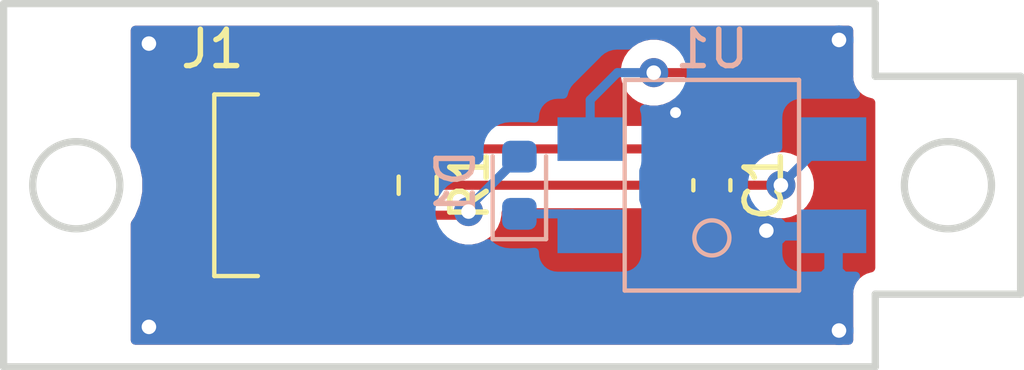
<source format=kicad_pcb>
(kicad_pcb (version 20171130) (host pcbnew "(5.1.10)-1")

  (general
    (thickness 1.6)
    (drawings 14)
    (tracks 32)
    (zones 0)
    (modules 5)
    (nets 6)
  )

  (page A4)
  (layers
    (0 F.Cu signal)
    (31 B.Cu signal)
    (32 B.Adhes user hide)
    (33 F.Adhes user hide)
    (34 B.Paste user)
    (35 F.Paste user)
    (36 B.SilkS user)
    (37 F.SilkS user)
    (38 B.Mask user)
    (39 F.Mask user)
    (40 Dwgs.User user hide)
    (41 Cmts.User user hide)
    (42 Eco1.User user hide)
    (43 Eco2.User user hide)
    (44 Edge.Cuts user)
    (45 Margin user hide)
    (46 B.CrtYd user hide)
    (47 F.CrtYd user hide)
    (48 B.Fab user hide)
    (49 F.Fab user hide)
  )

  (setup
    (last_trace_width 0.25)
    (user_trace_width 0.2)
    (trace_clearance 0.2)
    (zone_clearance 0.508)
    (zone_45_only no)
    (trace_min 0.2)
    (via_size 0.8)
    (via_drill 0.4)
    (via_min_size 0.6)
    (via_min_drill 0.3)
    (user_via 0.6 0.3)
    (uvia_size 0.3)
    (uvia_drill 0.1)
    (uvias_allowed no)
    (uvia_min_size 0.2)
    (uvia_min_drill 0.1)
    (edge_width 0.05)
    (segment_width 0.2)
    (pcb_text_width 0.3)
    (pcb_text_size 1.5 1.5)
    (mod_edge_width 0.12)
    (mod_text_size 1 1)
    (mod_text_width 0.15)
    (pad_size 1.2 1.8)
    (pad_drill 0)
    (pad_to_mask_clearance 0)
    (aux_axis_origin 0 0)
    (grid_origin 100 100)
    (visible_elements 7FFFFFFF)
    (pcbplotparams
      (layerselection 0x010fc_ffffffff)
      (usegerberextensions true)
      (usegerberattributes false)
      (usegerberadvancedattributes false)
      (creategerberjobfile false)
      (excludeedgelayer true)
      (linewidth 0.100000)
      (plotframeref false)
      (viasonmask false)
      (mode 1)
      (useauxorigin false)
      (hpglpennumber 1)
      (hpglpenspeed 20)
      (hpglpendiameter 15.000000)
      (psnegative false)
      (psa4output false)
      (plotreference true)
      (plotvalue true)
      (plotinvisibletext false)
      (padsonsilk false)
      (subtractmaskfromsilk true)
      (outputformat 1)
      (mirror false)
      (drillshape 0)
      (scaleselection 1)
      (outputdirectory "Gerber"))
  )

  (net 0 "")
  (net 1 +5V)
  (net 2 GND)
  (net 3 "Net-(D1-Pad1)")
  (net 4 "Net-(D1-Pad2)")
  (net 5 "Net-(J1-Pad2)")

  (net_class Default "This is the default net class."
    (clearance 0.2)
    (trace_width 0.25)
    (via_dia 0.8)
    (via_drill 0.4)
    (uvia_dia 0.3)
    (uvia_drill 0.1)
    (add_net +5V)
    (add_net GND)
    (add_net "Net-(D1-Pad1)")
    (add_net "Net-(D1-Pad2)")
    (add_net "Net-(J1-Pad2)")
  )

  (module Capacitor_SMD:C_0603_1608Metric (layer F.Cu) (tedit 5F68FEEE) (tstamp 61FECC2E)
    (at 19.5 5 270)
    (descr "Capacitor SMD 0603 (1608 Metric), square (rectangular) end terminal, IPC_7351 nominal, (Body size source: IPC-SM-782 page 76, https://www.pcb-3d.com/wordpress/wp-content/uploads/ipc-sm-782a_amendment_1_and_2.pdf), generated with kicad-footprint-generator")
    (tags capacitor)
    (path /61F613B2)
    (attr smd)
    (fp_text reference C1 (at 0 -1.43 90) (layer F.SilkS)
      (effects (font (size 1 1) (thickness 0.15)))
    )
    (fp_text value 0.1u (at 0 1.43 90) (layer F.Fab)
      (effects (font (size 1 1) (thickness 0.15)))
    )
    (fp_line (start 1.48 0.73) (end -1.48 0.73) (layer F.CrtYd) (width 0.05))
    (fp_line (start 1.48 -0.73) (end 1.48 0.73) (layer F.CrtYd) (width 0.05))
    (fp_line (start -1.48 -0.73) (end 1.48 -0.73) (layer F.CrtYd) (width 0.05))
    (fp_line (start -1.48 0.73) (end -1.48 -0.73) (layer F.CrtYd) (width 0.05))
    (fp_line (start -0.14058 0.51) (end 0.14058 0.51) (layer F.SilkS) (width 0.12))
    (fp_line (start -0.14058 -0.51) (end 0.14058 -0.51) (layer F.SilkS) (width 0.12))
    (fp_line (start 0.8 0.4) (end -0.8 0.4) (layer F.Fab) (width 0.1))
    (fp_line (start 0.8 -0.4) (end 0.8 0.4) (layer F.Fab) (width 0.1))
    (fp_line (start -0.8 -0.4) (end 0.8 -0.4) (layer F.Fab) (width 0.1))
    (fp_line (start -0.8 0.4) (end -0.8 -0.4) (layer F.Fab) (width 0.1))
    (fp_text user %R (at 0 0 90) (layer F.Fab)
      (effects (font (size 0.4 0.4) (thickness 0.06)))
    )
    (pad 1 smd roundrect (at -0.775 0 270) (size 0.9 0.95) (layers F.Cu F.Paste F.Mask) (roundrect_rratio 0.25)
      (net 1 +5V))
    (pad 2 smd roundrect (at 0.775 0 270) (size 0.9 0.95) (layers F.Cu F.Paste F.Mask) (roundrect_rratio 0.25)
      (net 2 GND))
    (model ${KISYS3DMOD}/Capacitor_SMD.3dshapes/C_0603_1608Metric.wrl
      (at (xyz 0 0 0))
      (scale (xyz 1 1 1))
      (rotate (xyz 0 0 0))
    )
  )

  (module Diode_SMD:D_0603_1608Metric (layer B.Cu) (tedit 5F68FEF0) (tstamp 61F771A8)
    (at 14.2 5 90)
    (descr "Diode SMD 0603 (1608 Metric), square (rectangular) end terminal, IPC_7351 nominal, (Body size source: http://www.tortai-tech.com/upload/download/2011102023233369053.pdf), generated with kicad-footprint-generator")
    (tags diode)
    (path /61F61394)
    (attr smd)
    (fp_text reference D1 (at 0 -1.75 90) (layer B.SilkS)
      (effects (font (size 1 1) (thickness 0.15)) (justify mirror))
    )
    (fp_text value SIR19-21C/TR8 (at 0 -1.43 90) (layer B.Fab)
      (effects (font (size 1 1) (thickness 0.15)) (justify mirror))
    )
    (fp_line (start 1.48 -0.73) (end -1.48 -0.73) (layer B.CrtYd) (width 0.05))
    (fp_line (start 1.48 0.73) (end 1.48 -0.73) (layer B.CrtYd) (width 0.05))
    (fp_line (start -1.48 0.73) (end 1.48 0.73) (layer B.CrtYd) (width 0.05))
    (fp_line (start -1.48 -0.73) (end -1.48 0.73) (layer B.CrtYd) (width 0.05))
    (fp_line (start -1.485 -0.735) (end 0.8 -0.735) (layer B.SilkS) (width 0.12))
    (fp_line (start -1.485 0.735) (end -1.485 -0.735) (layer B.SilkS) (width 0.12))
    (fp_line (start 0.8 0.735) (end -1.485 0.735) (layer B.SilkS) (width 0.12))
    (fp_line (start 0.8 -0.4) (end 0.8 0.4) (layer B.Fab) (width 0.1))
    (fp_line (start -0.8 -0.4) (end 0.8 -0.4) (layer B.Fab) (width 0.1))
    (fp_line (start -0.8 0.1) (end -0.8 -0.4) (layer B.Fab) (width 0.1))
    (fp_line (start -0.5 0.4) (end -0.8 0.1) (layer B.Fab) (width 0.1))
    (fp_line (start 0.8 0.4) (end -0.5 0.4) (layer B.Fab) (width 0.1))
    (fp_text user %R (at 0 0 90) (layer B.Fab)
      (effects (font (size 0.4 0.4) (thickness 0.06)) (justify mirror))
    )
    (pad 1 smd roundrect (at -0.7875 0 90) (size 0.875 0.95) (layers B.Cu B.Paste B.Mask) (roundrect_rratio 0.25)
      (net 3 "Net-(D1-Pad1)"))
    (pad 2 smd roundrect (at 0.7875 0 90) (size 0.875 0.95) (layers B.Cu B.Paste B.Mask) (roundrect_rratio 0.25)
      (net 4 "Net-(D1-Pad2)"))
    (model ${KISYS3DMOD}/Diode_SMD.3dshapes/D_0603_1608Metric.wrl
      (at (xyz 0 0 0))
      (scale (xyz 1 1 1))
      (rotate (xyz 0 0 0))
    )
  )

  (module SH:SH_01x03 (layer F.Cu) (tedit 61FCF212) (tstamp 61F771D7)
    (at 8 5 90)
    (path /61F613A7)
    (fp_text reference J1 (at 3.75 -2.25 180) (layer F.SilkS)
      (effects (font (size 1 1) (thickness 0.15)))
    )
    (fp_text value SH3 (at 0 1.75 90) (layer F.Fab)
      (effects (font (size 1 1) (thickness 0.15)))
    )
    (fp_line (start -2.5 -2.2) (end 2.5 -2.2) (layer F.SilkS) (width 0.12))
    (fp_line (start -2.5 -2.2) (end -2.5 -1) (layer F.SilkS) (width 0.12))
    (fp_line (start 2.5 -2.2) (end 2.5 -1) (layer F.SilkS) (width 0.12))
    (pad 3 smd rect (at 1 -2.525 90) (size 0.6 1.55) (layers F.Cu F.Paste F.Mask)
      (net 1 +5V))
    (pad 1 smd rect (at -1 -2.525 90) (size 0.6 1.55) (layers F.Cu F.Paste F.Mask)
      (net 2 GND))
    (pad 2 smd rect (at 0 -2.525 90) (size 0.6 1.55) (layers F.Cu F.Paste F.Mask)
      (net 5 "Net-(J1-Pad2)"))
    (pad MP smd rect (at -2.3 0 90) (size 1.2 1.8) (layers F.Cu F.Paste F.Mask)
      (net 2 GND))
    (pad MP smd rect (at 2.3 0 90) (size 1.2 1.8) (layers F.Cu F.Paste F.Mask)
      (net 2 GND))
  )

  (module Resistor_SMD:R_0603_1608Metric (layer F.Cu) (tedit 5F68FEEE) (tstamp 61F77152)
    (at 11.4 5 270)
    (descr "Resistor SMD 0603 (1608 Metric), square (rectangular) end terminal, IPC_7351 nominal, (Body size source: IPC-SM-782 page 72, https://www.pcb-3d.com/wordpress/wp-content/uploads/ipc-sm-782a_amendment_1_and_2.pdf), generated with kicad-footprint-generator")
    (tags resistor)
    (path /61F6139A)
    (attr smd)
    (fp_text reference R1 (at 0 -1.43 270) (layer F.SilkS)
      (effects (font (size 1 1) (thickness 0.15)))
    )
    (fp_text value 68 (at 0 1.43 270) (layer F.Fab)
      (effects (font (size 1 1) (thickness 0.15)))
    )
    (fp_line (start 1.48 0.73) (end -1.48 0.73) (layer F.CrtYd) (width 0.05))
    (fp_line (start 1.48 -0.73) (end 1.48 0.73) (layer F.CrtYd) (width 0.05))
    (fp_line (start -1.48 -0.73) (end 1.48 -0.73) (layer F.CrtYd) (width 0.05))
    (fp_line (start -1.48 0.73) (end -1.48 -0.73) (layer F.CrtYd) (width 0.05))
    (fp_line (start -0.237258 0.5225) (end 0.237258 0.5225) (layer F.SilkS) (width 0.12))
    (fp_line (start -0.237258 -0.5225) (end 0.237258 -0.5225) (layer F.SilkS) (width 0.12))
    (fp_line (start 0.8 0.4125) (end -0.8 0.4125) (layer F.Fab) (width 0.1))
    (fp_line (start 0.8 -0.4125) (end 0.8 0.4125) (layer F.Fab) (width 0.1))
    (fp_line (start -0.8 -0.4125) (end 0.8 -0.4125) (layer F.Fab) (width 0.1))
    (fp_line (start -0.8 0.4125) (end -0.8 -0.4125) (layer F.Fab) (width 0.1))
    (fp_text user %R (at 0 0 270) (layer F.Fab)
      (effects (font (size 0.4 0.4) (thickness 0.06)))
    )
    (pad 1 smd roundrect (at -0.825 0 270) (size 0.8 0.95) (layers F.Cu F.Paste F.Mask) (roundrect_rratio 0.25)
      (net 1 +5V))
    (pad 2 smd roundrect (at 0.825 0 270) (size 0.8 0.95) (layers F.Cu F.Paste F.Mask) (roundrect_rratio 0.25)
      (net 4 "Net-(D1-Pad2)"))
    (model ${KISYS3DMOD}/Resistor_SMD.3dshapes/R_0603_1608Metric.wrl
      (at (xyz 0 0 0))
      (scale (xyz 1 1 1))
      (rotate (xyz 0 0 0))
    )
  )

  (module sens:S7136 (layer B.Cu) (tedit 61F47F44) (tstamp 61F7717E)
    (at 19.5 5)
    (path /61F6138D)
    (fp_text reference U1 (at 0 -3.75) (layer B.SilkS)
      (effects (font (size 1 1) (thickness 0.15)) (justify mirror))
    )
    (fp_text value S7136 (at 0 1.450002) (layer B.Fab)
      (effects (font (size 1 1) (thickness 0.15)) (justify mirror))
    )
    (fp_circle (center 0 1.450002) (end 0 0.966668) (layer B.SilkS) (width 0.12))
    (fp_line (start -2.4 2.9) (end 2.4 2.9) (layer B.SilkS) (width 0.12))
    (fp_line (start -2.4 -2.9) (end -2.4 2.9) (layer B.SilkS) (width 0.12))
    (fp_line (start 2.4 -2.9) (end -2.4 -2.9) (layer B.SilkS) (width 0.12))
    (fp_line (start 2.4 2.9) (end 2.4 -2.9) (layer B.SilkS) (width 0.12))
    (pad 1 smd rect (at -3.35 1.27) (size 1.8 1.2) (layers B.Cu B.Paste B.Mask)
      (net 3 "Net-(D1-Pad1)"))
    (pad 2 smd rect (at -3.35 -1.27) (size 1.8 1.2) (layers B.Cu B.Paste B.Mask)
      (net 1 +5V))
    (pad 3 smd rect (at 3.35 -1.27) (size 1.8 1.2) (layers B.Cu B.Paste B.Mask)
      (net 5 "Net-(J1-Pad2)"))
    (pad 4 smd rect (at 3.35 1.27) (size 1.8 1.2) (layers B.Cu B.Paste B.Mask)
      (net 2 GND))
  )

  (gr_circle (center 2 4.999999) (end 3.2 4.999999) (layer Edge.Cuts) (width 0.2))
  (gr_circle (center 26 4.999999) (end 27.2 4.999999) (layer Edge.Cuts) (width 0.2))
  (gr_line (start 27.999999 7.999999) (end 27.999999 1.999999) (layer Edge.Cuts) (width 0.2))
  (gr_line (start 23.999999 7.999999) (end 27.999999 7.999999) (layer Edge.Cuts) (width 0.2))
  (gr_line (start 23.999999 9.999999) (end 23.999999 7.999999) (layer Edge.Cuts) (width 0.2))
  (gr_line (start 0 9.999999) (end 23.999999 9.999999) (layer Edge.Cuts) (width 0.2))
  (gr_line (start 0 0) (end 0 9.999999) (layer Edge.Cuts) (width 0.2))
  (gr_line (start 23.999999 0) (end 0 0) (layer Edge.Cuts) (width 0.2))
  (gr_line (start 23.999999 2) (end 23.999999 0) (layer Edge.Cuts) (width 0.2))
  (gr_line (start 27.999999 1.999999) (end 23.999999 2) (layer Edge.Cuts) (width 0.2))
  (gr_line (start 23.5 2) (end 4 2) (layer Dwgs.User) (width 0.15) (tstamp 61F77131))
  (gr_line (start 23.5 8) (end 23.5 2) (layer Dwgs.User) (width 0.15) (tstamp 61F7713D))
  (gr_line (start 4 8) (end 23.5 8) (layer Dwgs.User) (width 0.15) (tstamp 61F77128))
  (gr_line (start 4 2) (end 4 8) (layer Dwgs.User) (width 0.15) (tstamp 61F77140))

  (segment (start 15.88 4) (end 16.15 3.73) (width 0.25) (layer B.Cu) (net 1))
  (via (at 17.899994 1.9) (size 0.8) (drill 0.4) (layers F.Cu B.Cu) (net 1))
  (segment (start 16.9 1.9) (end 17.899994 1.9) (width 0.25) (layer B.Cu) (net 1))
  (segment (start 16.15 2.65) (end 16.9 1.9) (width 0.25) (layer B.Cu) (net 1))
  (segment (start 16.15 3.73) (end 16.15 2.65) (width 0.25) (layer B.Cu) (net 1))
  (segment (start 18.8 1.9) (end 17.899994 1.9) (width 0.25) (layer F.Cu) (net 1))
  (segment (start 19.5 2.6) (end 18.8 1.9) (width 0.25) (layer F.Cu) (net 1))
  (segment (start 19.5 4.225) (end 19.5 2.6) (width 0.25) (layer F.Cu) (net 1))
  (segment (start 19.275 4) (end 19.5 4.225) (width 0.25) (layer F.Cu) (net 1))
  (segment (start 11.4 4.1) (end 11.3 4) (width 0.25) (layer F.Cu) (net 1))
  (segment (start 11.4 4.175) (end 11.4 4.1) (width 0.25) (layer F.Cu) (net 1))
  (segment (start 11.3 4) (end 19.275 4) (width 0.25) (layer F.Cu) (net 1))
  (segment (start 5.475 4) (end 11.3 4) (width 0.25) (layer F.Cu) (net 1))
  (via (at 23 9) (size 0.8) (drill 0.4) (layers F.Cu B.Cu) (net 2) (tstamp 61F7726F))
  (via (at 23 1) (size 0.8) (drill 0.4) (layers F.Cu B.Cu) (net 2) (tstamp 61F77278))
  (via (at 21 6.25) (size 0.8) (drill 0.4) (layers F.Cu B.Cu) (net 2) (tstamp 61F77275))
  (via (at 4 8.9) (size 0.8) (drill 0.4) (layers F.Cu B.Cu) (net 2))
  (via (at 4 1.1) (size 0.8) (drill 0.4) (layers F.Cu B.Cu) (net 2))
  (via (at 18.5 3) (size 0.6) (drill 0.3) (layers F.Cu B.Cu) (net 2))
  (segment (start 15.88 6) (end 16.15 6.27) (width 0.25) (layer B.Cu) (net 3) (tstamp 61F77245) (status 30))
  (segment (start 15.6675 5.7875) (end 16.15 6.27) (width 0.25) (layer B.Cu) (net 3))
  (segment (start 14.2 5.7875) (end 15.6675 5.7875) (width 0.25) (layer B.Cu) (net 3))
  (segment (start 11.4 5.825) (end 12.575 5.825) (width 0.25) (layer F.Cu) (net 4))
  (segment (start 12.675 5.725) (end 12.8 5.725) (width 0.25) (layer F.Cu) (net 4))
  (via (at 12.8 5.725) (size 0.8) (drill 0.4) (layers F.Cu B.Cu) (net 4))
  (segment (start 12.575 5.825) (end 12.675 5.725) (width 0.25) (layer F.Cu) (net 4))
  (segment (start 12.8 5.6125) (end 14.2 4.2125) (width 0.25) (layer B.Cu) (net 4))
  (segment (start 12.8 5.725) (end 12.8 5.6125) (width 0.25) (layer B.Cu) (net 4))
  (segment (start 22.67 3.73) (end 21.4 5) (width 0.25) (layer B.Cu) (net 5))
  (segment (start 22.85 3.73) (end 22.67 3.73) (width 0.25) (layer B.Cu) (net 5))
  (segment (start 5.475 5) (end 21.4 5) (width 0.25) (layer F.Cu) (net 5))
  (via (at 21.4 5) (size 0.8) (drill 0.4) (layers F.Cu B.Cu) (net 5))

  (zone (net 2) (net_name GND) (layer B.Cu) (tstamp 61FF5209) (hatch edge 0.508)
    (connect_pads (clearance 0.508))
    (min_thickness 0.254)
    (fill yes (arc_segments 32) (thermal_gap 0.508) (thermal_bridge_width 0.508))
    (polygon
      (pts
        (xy 0 0) (xy 24 0) (xy 24 2) (xy 28 2) (xy 28 8)
        (xy 24 8) (xy 24 10) (xy 0 10)
      )
    )
    (filled_polygon
      (pts
        (xy 23.264999 1.963902) (xy 23.261444 2) (xy 23.264999 2.036095) (xy 23.264999 2.036104) (xy 23.275634 2.144084)
        (xy 23.317662 2.282632) (xy 23.385912 2.410319) (xy 23.452887 2.491928) (xy 21.95 2.491928) (xy 21.825518 2.504188)
        (xy 21.70582 2.540498) (xy 21.595506 2.599463) (xy 21.498815 2.678815) (xy 21.419463 2.775506) (xy 21.360498 2.88582)
        (xy 21.324188 3.005518) (xy 21.311928 3.13) (xy 21.311928 3.965) (xy 21.298061 3.965) (xy 21.098102 4.004774)
        (xy 20.909744 4.082795) (xy 20.740226 4.196063) (xy 20.596063 4.340226) (xy 20.482795 4.509744) (xy 20.404774 4.698102)
        (xy 20.365 4.898061) (xy 20.365 5.101939) (xy 20.404774 5.301898) (xy 20.482795 5.490256) (xy 20.596063 5.659774)
        (xy 20.740226 5.803937) (xy 20.909744 5.917205) (xy 21.098102 5.995226) (xy 21.298061 6.035) (xy 21.36575 6.035)
        (xy 21.47375 6.143) (xy 22.723 6.143) (xy 22.723 6.123) (xy 22.977 6.123) (xy 22.977 6.143)
        (xy 22.997 6.143) (xy 22.997 6.397) (xy 22.977 6.397) (xy 22.977 7.34625) (xy 23.13575 7.505)
        (xy 23.4541 7.506592) (xy 23.385912 7.589679) (xy 23.317662 7.717366) (xy 23.275634 7.855914) (xy 23.261443 7.999999)
        (xy 23.265 8.036114) (xy 23.264999 9.264999) (xy 3.627 9.264999) (xy 3.627 6.066984) (xy 3.724156 5.92158)
        (xy 3.847806 5.623061) (xy 11.765 5.623061) (xy 11.765 5.826939) (xy 11.804774 6.026898) (xy 11.882795 6.215256)
        (xy 11.996063 6.384774) (xy 12.140226 6.528937) (xy 12.309744 6.642205) (xy 12.498102 6.720226) (xy 12.698061 6.76)
        (xy 12.901939 6.76) (xy 13.101898 6.720226) (xy 13.290256 6.642205) (xy 13.336966 6.610995) (xy 13.337885 6.612115)
        (xy 13.467725 6.718671) (xy 13.615858 6.79785) (xy 13.776592 6.846608) (xy 13.94375 6.863072) (xy 14.45625 6.863072)
        (xy 14.611928 6.847739) (xy 14.611928 6.87) (xy 14.624188 6.994482) (xy 14.660498 7.11418) (xy 14.719463 7.224494)
        (xy 14.798815 7.321185) (xy 14.895506 7.400537) (xy 15.00582 7.459502) (xy 15.125518 7.495812) (xy 15.25 7.508072)
        (xy 17.05 7.508072) (xy 17.174482 7.495812) (xy 17.29418 7.459502) (xy 17.404494 7.400537) (xy 17.501185 7.321185)
        (xy 17.580537 7.224494) (xy 17.639502 7.11418) (xy 17.675812 6.994482) (xy 17.688072 6.87) (xy 21.311928 6.87)
        (xy 21.324188 6.994482) (xy 21.360498 7.11418) (xy 21.419463 7.224494) (xy 21.498815 7.321185) (xy 21.595506 7.400537)
        (xy 21.70582 7.459502) (xy 21.825518 7.495812) (xy 21.95 7.508072) (xy 22.56425 7.505) (xy 22.723 7.34625)
        (xy 22.723 6.397) (xy 21.47375 6.397) (xy 21.315 6.55575) (xy 21.311928 6.87) (xy 17.688072 6.87)
        (xy 17.688072 5.67) (xy 17.675812 5.545518) (xy 17.639502 5.42582) (xy 17.627 5.402431) (xy 17.627 4.597569)
        (xy 17.639502 4.57418) (xy 17.675812 4.454482) (xy 17.688072 4.33) (xy 17.688072 3.13) (xy 17.675812 3.005518)
        (xy 17.645197 2.904595) (xy 17.798055 2.935) (xy 18.001933 2.935) (xy 18.201892 2.895226) (xy 18.39025 2.817205)
        (xy 18.559768 2.703937) (xy 18.703931 2.559774) (xy 18.817199 2.390256) (xy 18.89522 2.201898) (xy 18.934994 2.001939)
        (xy 18.934994 1.798061) (xy 18.89522 1.598102) (xy 18.817199 1.409744) (xy 18.703931 1.240226) (xy 18.559768 1.096063)
        (xy 18.39025 0.982795) (xy 18.201892 0.904774) (xy 18.001933 0.865) (xy 17.798055 0.865) (xy 17.598096 0.904774)
        (xy 17.409738 0.982795) (xy 17.24022 1.096063) (xy 17.196283 1.14) (xy 16.937322 1.14) (xy 16.899999 1.136324)
        (xy 16.862676 1.14) (xy 16.862667 1.14) (xy 16.751014 1.150997) (xy 16.607753 1.194454) (xy 16.475724 1.265026)
        (xy 16.359999 1.359999) (xy 16.336201 1.388998) (xy 15.638998 2.086201) (xy 15.61 2.109999) (xy 15.586202 2.138997)
        (xy 15.586201 2.138998) (xy 15.515026 2.225724) (xy 15.444454 2.357754) (xy 15.428509 2.41032) (xy 15.403754 2.491928)
        (xy 15.25 2.491928) (xy 15.125518 2.504188) (xy 15.00582 2.540498) (xy 14.895506 2.599463) (xy 14.798815 2.678815)
        (xy 14.719463 2.775506) (xy 14.660498 2.88582) (xy 14.624188 3.005518) (xy 14.611928 3.13) (xy 14.611928 3.152261)
        (xy 14.45625 3.136928) (xy 13.94375 3.136928) (xy 13.776592 3.153392) (xy 13.615858 3.20215) (xy 13.467725 3.281329)
        (xy 13.337885 3.387885) (xy 13.231329 3.517725) (xy 13.15215 3.665858) (xy 13.103392 3.826592) (xy 13.086928 3.99375)
        (xy 13.086928 4.25077) (xy 12.635194 4.702505) (xy 12.498102 4.729774) (xy 12.309744 4.807795) (xy 12.140226 4.921063)
        (xy 11.996063 5.065226) (xy 11.882795 5.234744) (xy 11.804774 5.423102) (xy 11.765 5.623061) (xy 3.847806 5.623061)
        (xy 3.870818 5.567506) (xy 3.945586 5.191623) (xy 3.945586 4.808375) (xy 3.870818 4.432492) (xy 3.724156 4.078418)
        (xy 3.627 3.933014) (xy 3.627 0.735) (xy 23.265 0.735)
      )
    )
  )
  (zone (net 0) (net_name "") (layer B.Cu) (tstamp 61F77227) (hatch edge 0.508)
    (connect_pads (clearance 0.508))
    (min_thickness 0.254)
    (keepout (tracks allowed) (vias allowed) (copperpour not_allowed))
    (fill (arc_segments 32) (thermal_gap 0.508) (thermal_bridge_width 0.508))
    (polygon
      (pts
        (xy 24 2) (xy 28 2) (xy 28 8) (xy 24 8)
      )
    )
  )
  (zone (net 0) (net_name "") (layer B.Cu) (tstamp 61F77230) (hatch edge 0.508)
    (connect_pads (clearance 0.508))
    (min_thickness 0.254)
    (keepout (tracks allowed) (vias allowed) (copperpour not_allowed))
    (fill (arc_segments 32) (thermal_gap 0.508) (thermal_bridge_width 0.508))
    (polygon
      (pts
        (xy 22.2 4.5) (xy 24 4.5) (xy 24 5.5) (xy 22.2 5.5)
      )
    )
  )
  (zone (net 2) (net_name GND) (layer F.Cu) (tstamp 61FF5206) (hatch edge 0.508)
    (connect_pads (clearance 0.508))
    (min_thickness 0.254)
    (fill yes (arc_segments 32) (thermal_gap 0.508) (thermal_bridge_width 0.508))
    (polygon
      (pts
        (xy 0 0) (xy 24 0) (xy 24 2) (xy 28 2) (xy 28 8)
        (xy 24 8) (xy 24 10) (xy 0 10)
      )
    )
    (filled_polygon
      (pts
        (xy 23.264999 1.963902) (xy 23.261444 2) (xy 23.264999 2.036095) (xy 23.264999 2.036104) (xy 23.275634 2.144084)
        (xy 23.317662 2.282632) (xy 23.385912 2.410319) (xy 23.477761 2.522237) (xy 23.589679 2.614087) (xy 23.717366 2.682337)
        (xy 23.855914 2.724365) (xy 23.873 2.726048) (xy 23.873 7.273951) (xy 23.855914 7.275634) (xy 23.717366 7.317662)
        (xy 23.589679 7.385912) (xy 23.477761 7.477761) (xy 23.385912 7.589679) (xy 23.317662 7.717366) (xy 23.275634 7.855914)
        (xy 23.261443 7.999999) (xy 23.265 8.036114) (xy 23.264999 9.264999) (xy 3.627 9.264999) (xy 3.627 7.9)
        (xy 6.461928 7.9) (xy 6.474188 8.024482) (xy 6.510498 8.14418) (xy 6.569463 8.254494) (xy 6.648815 8.351185)
        (xy 6.745506 8.430537) (xy 6.85582 8.489502) (xy 6.975518 8.525812) (xy 7.1 8.538072) (xy 7.71425 8.535)
        (xy 7.873 8.37625) (xy 7.873 7.427) (xy 8.127 7.427) (xy 8.127 8.37625) (xy 8.28575 8.535)
        (xy 8.9 8.538072) (xy 9.024482 8.525812) (xy 9.14418 8.489502) (xy 9.254494 8.430537) (xy 9.351185 8.351185)
        (xy 9.430537 8.254494) (xy 9.489502 8.14418) (xy 9.525812 8.024482) (xy 9.538072 7.9) (xy 9.535 7.58575)
        (xy 9.37625 7.427) (xy 8.127 7.427) (xy 7.873 7.427) (xy 6.62375 7.427) (xy 6.465 7.58575)
        (xy 6.461928 7.9) (xy 3.627 7.9) (xy 3.627 6.3) (xy 4.061928 6.3) (xy 4.074188 6.424482)
        (xy 4.110498 6.54418) (xy 4.169463 6.654494) (xy 4.248815 6.751185) (xy 4.345506 6.830537) (xy 4.45582 6.889502)
        (xy 4.575518 6.925812) (xy 4.7 6.938072) (xy 5.18925 6.935) (xy 5.348 6.77625) (xy 5.348 6.127)
        (xy 5.602 6.127) (xy 5.602 6.77625) (xy 5.76075 6.935) (xy 6.25 6.938072) (xy 6.374482 6.925812)
        (xy 6.46387 6.898696) (xy 6.465 7.01425) (xy 6.62375 7.173) (xy 7.873 7.173) (xy 7.873 6.22375)
        (xy 8.127 6.22375) (xy 8.127 7.173) (xy 9.37625 7.173) (xy 9.535 7.01425) (xy 9.538072 6.7)
        (xy 9.525812 6.575518) (xy 9.489502 6.45582) (xy 9.430537 6.345506) (xy 9.351185 6.248815) (xy 9.254494 6.169463)
        (xy 9.14418 6.110498) (xy 9.024482 6.074188) (xy 8.9 6.061928) (xy 8.28575 6.065) (xy 8.127 6.22375)
        (xy 7.873 6.22375) (xy 7.71425 6.065) (xy 7.1 6.061928) (xy 6.975518 6.074188) (xy 6.85582 6.110498)
        (xy 6.760629 6.161379) (xy 6.72625 6.127) (xy 5.602 6.127) (xy 5.348 6.127) (xy 4.22375 6.127)
        (xy 4.065 6.28575) (xy 4.061928 6.3) (xy 3.627 6.3) (xy 3.627 6.066984) (xy 3.724156 5.92158)
        (xy 3.870818 5.567506) (xy 3.945586 5.191623) (xy 3.945586 4.808375) (xy 3.870818 4.432492) (xy 3.724156 4.078418)
        (xy 3.627 3.933014) (xy 3.627 3.7) (xy 4.061928 3.7) (xy 4.061928 4.3) (xy 4.074188 4.424482)
        (xy 4.097096 4.5) (xy 4.074188 4.575518) (xy 4.061928 4.7) (xy 4.061928 5.3) (xy 4.074188 5.424482)
        (xy 4.097096 5.5) (xy 4.074188 5.575518) (xy 4.061928 5.7) (xy 4.065 5.71425) (xy 4.22375 5.873)
        (xy 4.424947 5.873) (xy 4.45582 5.889502) (xy 4.575518 5.925812) (xy 4.7 5.938072) (xy 6.25 5.938072)
        (xy 6.374482 5.925812) (xy 6.49418 5.889502) (xy 6.525053 5.873) (xy 6.72625 5.873) (xy 6.83925 5.76)
        (xy 10.286928 5.76) (xy 10.286928 6.025) (xy 10.303031 6.1885) (xy 10.350722 6.345716) (xy 10.428169 6.490608)
        (xy 10.532394 6.617606) (xy 10.659392 6.721831) (xy 10.804284 6.799278) (xy 10.9615 6.846969) (xy 11.125 6.863072)
        (xy 11.675 6.863072) (xy 11.8385 6.846969) (xy 11.995716 6.799278) (xy 12.140608 6.721831) (xy 12.267606 6.617606)
        (xy 12.269491 6.615309) (xy 12.309744 6.642205) (xy 12.498102 6.720226) (xy 12.698061 6.76) (xy 12.901939 6.76)
        (xy 13.101898 6.720226) (xy 13.290256 6.642205) (xy 13.459774 6.528937) (xy 13.603937 6.384774) (xy 13.710694 6.225)
        (xy 18.386928 6.225) (xy 18.399188 6.349482) (xy 18.435498 6.46918) (xy 18.494463 6.579494) (xy 18.573815 6.676185)
        (xy 18.670506 6.755537) (xy 18.78082 6.814502) (xy 18.900518 6.850812) (xy 19.025 6.863072) (xy 19.21425 6.86)
        (xy 19.373 6.70125) (xy 19.373 5.902) (xy 19.627 5.902) (xy 19.627 6.70125) (xy 19.78575 6.86)
        (xy 19.975 6.863072) (xy 20.099482 6.850812) (xy 20.21918 6.814502) (xy 20.329494 6.755537) (xy 20.426185 6.676185)
        (xy 20.505537 6.579494) (xy 20.564502 6.46918) (xy 20.600812 6.349482) (xy 20.613072 6.225) (xy 20.61 6.06075)
        (xy 20.45125 5.902) (xy 19.627 5.902) (xy 19.373 5.902) (xy 18.54875 5.902) (xy 18.39 6.06075)
        (xy 18.386928 6.225) (xy 13.710694 6.225) (xy 13.717205 6.215256) (xy 13.795226 6.026898) (xy 13.835 5.826939)
        (xy 13.835 5.76) (xy 20.696289 5.76) (xy 20.740226 5.803937) (xy 20.909744 5.917205) (xy 21.098102 5.995226)
        (xy 21.298061 6.035) (xy 21.501939 6.035) (xy 21.701898 5.995226) (xy 21.890256 5.917205) (xy 22.059774 5.803937)
        (xy 22.203937 5.659774) (xy 22.317205 5.490256) (xy 22.395226 5.301898) (xy 22.435 5.101939) (xy 22.435 4.898061)
        (xy 22.395226 4.698102) (xy 22.317205 4.509744) (xy 22.203937 4.340226) (xy 22.059774 4.196063) (xy 21.890256 4.082795)
        (xy 21.701898 4.004774) (xy 21.501939 3.965) (xy 21.298061 3.965) (xy 21.098102 4.004774) (xy 20.909744 4.082795)
        (xy 20.740226 4.196063) (xy 20.696289 4.24) (xy 20.613072 4.24) (xy 20.613072 4) (xy 20.596488 3.831623)
        (xy 20.547375 3.669717) (xy 20.467618 3.520503) (xy 20.360284 3.389716) (xy 20.26 3.307415) (xy 20.26 2.637322)
        (xy 20.263676 2.599999) (xy 20.26 2.562676) (xy 20.26 2.562667) (xy 20.249003 2.451014) (xy 20.205546 2.307753)
        (xy 20.134974 2.175724) (xy 20.109007 2.144083) (xy 20.063799 2.088996) (xy 20.063795 2.088992) (xy 20.040001 2.059999)
        (xy 20.011008 2.036205) (xy 19.363803 1.389002) (xy 19.340001 1.359999) (xy 19.224276 1.265026) (xy 19.092247 1.194454)
        (xy 18.948986 1.150997) (xy 18.837333 1.14) (xy 18.837322 1.14) (xy 18.8 1.136324) (xy 18.762678 1.14)
        (xy 18.603705 1.14) (xy 18.559768 1.096063) (xy 18.39025 0.982795) (xy 18.201892 0.904774) (xy 18.001933 0.865)
        (xy 17.798055 0.865) (xy 17.598096 0.904774) (xy 17.409738 0.982795) (xy 17.24022 1.096063) (xy 17.096057 1.240226)
        (xy 16.982789 1.409744) (xy 16.904768 1.598102) (xy 16.864994 1.798061) (xy 16.864994 2.001939) (xy 16.904768 2.201898)
        (xy 16.982789 2.390256) (xy 17.096057 2.559774) (xy 17.24022 2.703937) (xy 17.409738 2.817205) (xy 17.598096 2.895226)
        (xy 17.798055 2.935) (xy 18.001933 2.935) (xy 18.201892 2.895226) (xy 18.39025 2.817205) (xy 18.541405 2.716207)
        (xy 18.740001 2.914803) (xy 18.740001 3.24) (xy 12.069199 3.24) (xy 11.995716 3.200722) (xy 11.8385 3.153031)
        (xy 11.675 3.136928) (xy 11.125 3.136928) (xy 10.9615 3.153031) (xy 10.804284 3.200722) (xy 10.730801 3.24)
        (xy 9.537485 3.24) (xy 9.535 2.98575) (xy 9.37625 2.827) (xy 8.127 2.827) (xy 8.127 2.847)
        (xy 7.873 2.847) (xy 7.873 2.827) (xy 6.62375 2.827) (xy 6.465 2.98575) (xy 6.46387 3.101304)
        (xy 6.374482 3.074188) (xy 6.25 3.061928) (xy 4.7 3.061928) (xy 4.575518 3.074188) (xy 4.45582 3.110498)
        (xy 4.345506 3.169463) (xy 4.248815 3.248815) (xy 4.169463 3.345506) (xy 4.110498 3.45582) (xy 4.074188 3.575518)
        (xy 4.061928 3.7) (xy 3.627 3.7) (xy 3.627 2.1) (xy 6.461928 2.1) (xy 6.465 2.41425)
        (xy 6.62375 2.573) (xy 7.873 2.573) (xy 7.873 1.62375) (xy 8.127 1.62375) (xy 8.127 2.573)
        (xy 9.37625 2.573) (xy 9.535 2.41425) (xy 9.538072 2.1) (xy 9.525812 1.975518) (xy 9.489502 1.85582)
        (xy 9.430537 1.745506) (xy 9.351185 1.648815) (xy 9.254494 1.569463) (xy 9.14418 1.510498) (xy 9.024482 1.474188)
        (xy 8.9 1.461928) (xy 8.28575 1.465) (xy 8.127 1.62375) (xy 7.873 1.62375) (xy 7.71425 1.465)
        (xy 7.1 1.461928) (xy 6.975518 1.474188) (xy 6.85582 1.510498) (xy 6.745506 1.569463) (xy 6.648815 1.648815)
        (xy 6.569463 1.745506) (xy 6.510498 1.85582) (xy 6.474188 1.975518) (xy 6.461928 2.1) (xy 3.627 2.1)
        (xy 3.627 0.735) (xy 23.265 0.735)
      )
    )
  )
  (zone (net 0) (net_name "") (layer F.Cu) (tstamp 61F77224) (hatch edge 0.508)
    (connect_pads (clearance 0.508))
    (min_thickness 0.254)
    (keepout (tracks allowed) (vias allowed) (copperpour not_allowed))
    (fill (arc_segments 32) (thermal_gap 0.508) (thermal_bridge_width 0.508))
    (polygon
      (pts
        (xy 24 2) (xy 28 2) (xy 28 8) (xy 24 8)
      )
    )
  )
  (zone (net 0) (net_name "") (layers F&B.Cu) (tstamp 0) (hatch edge 0.508)
    (connect_pads (clearance 0.508))
    (min_thickness 0.254)
    (keepout (tracks allowed) (vias allowed) (copperpour not_allowed))
    (fill (arc_segments 32) (thermal_gap 0.508) (thermal_bridge_width 0.508))
    (polygon
      (pts
        (xy 3.5 10) (xy 0 10) (xy 0 0) (xy 3.5 0)
      )
    )
  )
  (zone (net 0) (net_name "") (layer B.Cu) (tstamp 0) (hatch edge 0.508)
    (connect_pads (clearance 0.508))
    (min_thickness 0.254)
    (keepout (tracks allowed) (vias allowed) (copperpour not_allowed))
    (fill (arc_segments 32) (thermal_gap 0.508) (thermal_bridge_width 0.508))
    (polygon
      (pts
        (xy 17.5 5.7) (xy 14.6 5) (xy 17.5 3.9)
      )
    )
  )
)

</source>
